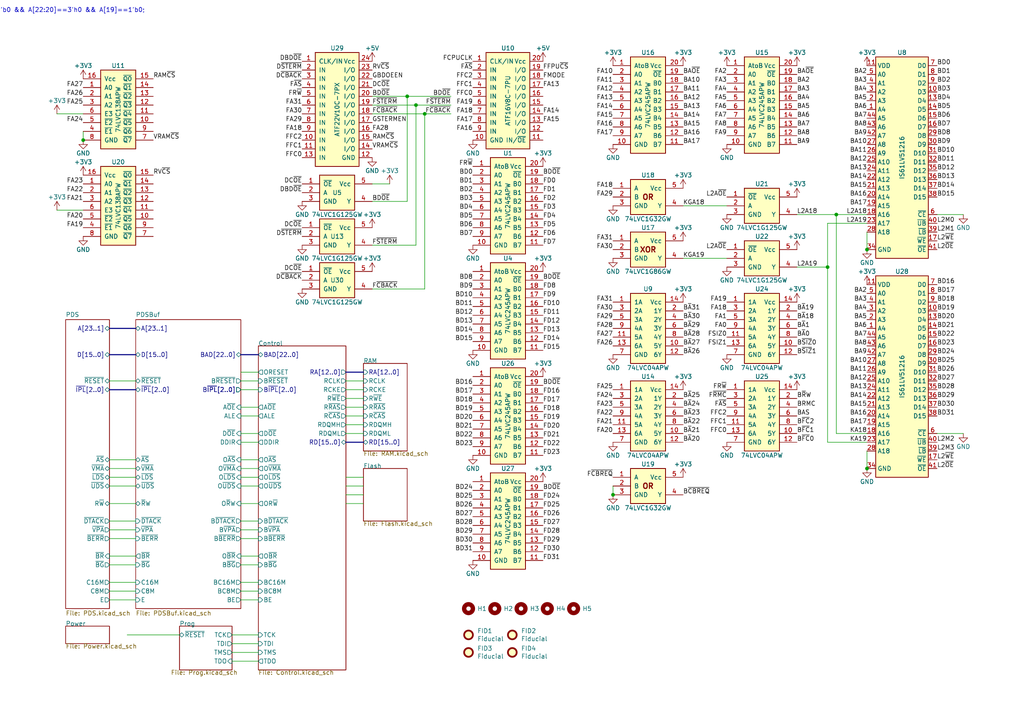
<source format=kicad_sch>
(kicad_sch (version 20230121) (generator eeschema)
  (paper "A4")
  (junction (at 242.57 62.23))
  (junction (at 177.8 143.51))
  (junction (at 120.65 30.48))
  (junction (at 251.46 72.39))
  (junction (at 123.19 33.02))
  (junction (at 24.13 40.64))
  (junction (at 240.03 77.47))
  (junction (at 251.46 135.89))
  (junction (at 118.11 27.94))
  (wire (pts (xy 69.85 110.49) (xy 74.93 110.49)))
  (wire (pts (xy 69.85 163.83) (xy 74.93 163.83)))
  (wire (pts (xy 69.85 128.27) (xy 74.93 128.27)))
  (wire (pts (xy 69.85 120.65) (xy 74.93 120.65)))
  (wire (pts (xy 242.57 62.23) (xy 251.46 62.23)))
  (wire (pts (xy 177.8 140.97) (xy 177.8 143.51)))
  (wire (pts (xy 69.85 135.89) (xy 74.93 135.89)))
  (wire (pts (xy 240.03 128.27) (xy 251.46 128.27)))
  (wire (pts (xy 31.75 135.89) (xy 39.37 135.89)))
  (bus (pts (xy 31.75 113.03) (xy 39.37 113.03)))
  (wire (pts (xy 69.85 161.29) (xy 74.93 161.29)))
  (wire (pts (xy 118.11 27.94) (xy 118.11 58.42)))
  (wire (pts (xy 107.95 30.48) (xy 120.65 30.48)))
  (wire (pts (xy 31.75 140.97) (xy 39.37 140.97)))
  (wire (pts (xy 16.51 60.96) (xy 24.13 60.96)))
  (wire (pts (xy 105.41 110.49) (xy 100.33 110.49)))
  (wire (pts (xy 100.33 146.05) (xy 105.41 146.05)))
  (wire (pts (xy 69.85 153.67) (xy 74.93 153.67)))
  (wire (pts (xy 107.95 33.02) (xy 123.19 33.02)))
  (wire (pts (xy 113.03 53.34) (xy 107.95 53.34)))
  (wire (pts (xy 118.11 27.94) (xy 130.81 27.94)))
  (wire (pts (xy 231.14 62.23) (xy 242.57 62.23)))
  (wire (pts (xy 69.85 173.99) (xy 74.93 173.99)))
  (wire (pts (xy 69.85 107.95) (xy 74.93 107.95)))
  (wire (pts (xy 69.85 113.03) (xy 74.93 113.03)))
  (wire (pts (xy 67.31 189.23) (xy 74.93 189.23)))
  (wire (pts (xy 67.31 184.15) (xy 74.93 184.15)))
  (wire (pts (xy 31.75 151.13) (xy 39.37 151.13)))
  (bus (pts (xy 100.33 128.27) (xy 105.41 128.27)))
  (wire (pts (xy 240.03 77.47) (xy 240.03 128.27)))
  (wire (pts (xy 31.75 153.67) (xy 39.37 153.67)))
  (bus (pts (xy 69.85 102.87) (xy 74.93 102.87)))
  (wire (pts (xy 198.12 59.69) (xy 210.82 59.69)))
  (wire (pts (xy 31.75 163.83) (xy 39.37 163.83)))
  (wire (pts (xy 105.41 113.03) (xy 100.33 113.03)))
  (wire (pts (xy 36.8796 184.15) (xy 52.07 184.15)))
  (wire (pts (xy 24.13 38.1) (xy 24.13 40.64)))
  (wire (pts (xy 107.95 27.94) (xy 118.11 27.94)))
  (wire (pts (xy 240.03 77.47) (xy 231.14 77.47)))
  (wire (pts (xy 251.46 64.77) (xy 240.03 64.77)))
  (wire (pts (xy 271.78 62.23) (xy 279.4 62.23)))
  (wire (pts (xy 69.85 125.73) (xy 74.93 125.73)))
  (wire (pts (xy 31.75 138.43) (xy 39.37 138.43)))
  (wire (pts (xy 31.75 133.35) (xy 39.37 133.35)))
  (wire (pts (xy 69.85 151.13) (xy 74.93 151.13)))
  (wire (pts (xy 31.75 161.29) (xy 39.37 161.29)))
  (wire (pts (xy 31.75 173.99) (xy 39.37 173.99)))
  (wire (pts (xy 100.33 118.11) (xy 105.41 118.11)))
  (bus (pts (xy 31.75 102.87) (xy 39.37 102.87)))
  (wire (pts (xy 107.95 71.12) (xy 120.65 71.12)))
  (wire (pts (xy 123.19 33.02) (xy 123.19 83.82)))
  (wire (pts (xy 69.85 140.97) (xy 74.93 140.97)))
  (wire (pts (xy 69.85 146.05) (xy 74.93 146.05)))
  (wire (pts (xy 69.85 171.45) (xy 74.93 171.45)))
  (wire (pts (xy 123.19 33.02) (xy 130.81 33.02)))
  (wire (pts (xy 100.33 138.43) (xy 105.41 138.43)))
  (wire (pts (xy 120.65 30.48) (xy 120.65 71.12)))
  (wire (pts (xy 31.75 168.91) (xy 39.37 168.91)))
  (wire (pts (xy 69.85 156.21) (xy 74.93 156.21)))
  (wire (pts (xy 31.75 171.45) (xy 39.37 171.45)))
  (wire (pts (xy 16.51 33.02) (xy 24.13 33.02)))
  (wire (pts (xy 107.95 83.82) (xy 123.19 83.82)))
  (wire (pts (xy 69.85 168.91) (xy 74.93 168.91)))
  (wire (pts (xy 100.33 143.51) (xy 105.41 143.51)))
  (bus (pts (xy 31.75 95.25) (xy 39.37 95.25)))
  (wire (pts (xy 69.85 138.43) (xy 74.93 138.43)))
  (wire (pts (xy 251.46 130.81) (xy 251.46 135.89)))
  (wire (pts (xy 31.75 146.05) (xy 39.37 146.05)))
  (wire (pts (xy 100.33 115.57) (xy 105.41 115.57)))
  (wire (pts (xy 100.33 140.97) (xy 105.41 140.97)))
  (wire (pts (xy 105.41 120.65) (xy 100.33 120.65)))
  (bus (pts (xy 100.33 107.95) (xy 105.41 107.95)))
  (wire (pts (xy 271.78 125.73) (xy 279.4 125.73)))
  (wire (pts (xy 67.31 191.77) (xy 74.93 191.77)))
  (wire (pts (xy 242.57 125.73) (xy 251.46 125.73)))
  (wire (pts (xy 107.95 58.42) (xy 118.11 58.42)))
  (wire (pts (xy 69.85 118.11) (xy 74.93 118.11)))
  (wire (pts (xy 69.85 133.35) (xy 74.93 133.35)))
  (wire (pts (xy 67.31 186.69) (xy 74.93 186.69)))
  (wire (pts (xy 240.03 64.77) (xy 240.03 77.47)))
  (wire (pts (xy 120.65 30.48) (xy 130.81 30.48)))
  (wire (pts (xy 31.75 110.49) (xy 39.37 110.49)))
  (wire (pts (xy 100.33 123.19) (xy 105.41 123.19)))
  (wire (pts (xy 198.12 74.93) (xy 210.82 74.93)))
  (wire (pts (xy 242.57 62.23) (xy 242.57 125.73)))
  (wire (pts (xy 31.75 156.21) (xy 39.37 156.21)))
  (wire (pts (xy 100.33 125.73) (xy 105.41 125.73)))
  (wire (pts (xy 251.46 67.31) (xy 251.46 72.39)))
  (text "RAMCS = A[31:28]==4'h0 && A[27:24]==4'h0 && A[23:20]==4'h0 && A[19:18]==2'b00\nROMCS = A[31:28]==4'h4 && A[27:24]==4'h0 && A[23:20]==4'h8 && A[19]==1'b0\nVRAMCS = A[31:28]==4'hF && A[27:24]==4'hE && A[23:20]==4'h0 && A[19:18]==2'b00\n\nRAMCS || ROMCS || VRAMCS = A[24]==1'b0 && A[22:20]==3'h0 && A[19]==1'b0;\n" (at -41.91 3.81 0) (effects (font (size 1.27 1.27)) (justify left bottom)))
  (label "BA12" (at 251.46 110.49 180))
  (label "FA13" (at 177.8 29.21 180))
  (label "FA17" (at 137.16 35.56 180))
  (label "FA16" (at 177.8 36.83 180))
  (label "F~{CBREQ}" (at 177.8 138.43 180))
  (label "FA30" (at 177.8 72.39 180))
  (label "BA9" (at 251.46 102.87 180))
  (label "GBDOEEN" (at 107.95 22.86 0))
  (label "FD31" (at 157.48 162.56 0))
  (label "DBD~{OE}" (at 87.63 17.78 180))
  (label "FFC1" (at 137.16 25.4 180))
  (label "DC~{OE}" (at 107.95 25.4 0))
  (label "B~{FC}0" (at 231.14 128.27 0))
  (label "L2A~{OE}" (at 210.82 57.15 180))
  (label "FD10" (at 157.48 88.9 0))
  (label "BA2" (at 251.46 21.59 180))
  (label "BD~{OE}" (at 107.95 27.94 0))
  (label "FA18" (at 210.82 90.17 180))
  (label "BA10" (at 251.46 105.41 180))
  (label "B~{FC}2" (at 231.14 123.19 0))
  (label "B~{A}25" (at 198.12 115.57 0))
  (label "BA8" (at 231.14 39.37 0))
  (label "FA18" (at 177.8 54.61 180))
  (label "FSIZ1" (at 210.82 100.33 180))
  (label "FFC1" (at 210.82 123.19 180))
  (label "FD26" (at 157.48 149.86 0))
  (label "B~{FC}1" (at 231.14 125.73 0))
  (label "KGA19" (at 198.12 74.93 0))
  (label "FD14" (at 157.48 99.06 0))
  (label "BD13" (at 271.78 52.07 0))
  (label "FD16" (at 157.48 114.3 0))
  (label "FD27" (at 157.48 152.4 0))
  (label "FA2" (at 210.82 21.59 180))
  (label "BD1" (at 271.78 21.59 0))
  (label "B~{R}W" (at 231.14 115.57 0))
  (label "B~{SIZ}1" (at 231.14 102.87 0))
  (label "BA5" (at 251.46 92.71 180))
  (label "BD26" (at 271.78 107.95 0))
  (label "L2A18" (at 231.14 62.23 0))
  (label "BA9" (at 251.46 39.37 180))
  (label "FD13" (at 157.48 96.52 0))
  (label "BA10" (at 251.46 41.91 180))
  (label "BD8" (at 271.78 39.37 0))
  (label "B~{A}22" (at 198.12 123.19 0))
  (label "BA15" (at 251.46 54.61 180))
  (label "BA11" (at 251.46 107.95 180))
  (label "L2~{OE}" (at 271.78 135.89 0))
  (label "BA7" (at 231.14 36.83 0))
  (label "FA29" (at 87.63 35.56 180))
  (label "F~{RMC}" (at 210.82 115.57 180))
  (label "BD8" (at 137.16 81.28 180))
  (label "BD3" (at 271.78 26.67 0))
  (label "B~{A}28" (at 198.12 97.79 0))
  (label "DC~{OE}" (at 87.63 66.04 180))
  (label "BD23" (at 271.78 100.33 0))
  (label "FFC0" (at 137.16 27.94 180))
  (label "BA6" (at 251.46 31.75 180))
  (label "FD29" (at 157.48 157.48 0))
  (label "BD9" (at 271.78 41.91 0))
  (label "FA24" (at 177.8 115.57 180))
  (label "BA11" (at 198.12 26.67 0))
  (label "BD5" (at 137.16 63.5 180))
  (label "FA21" (at 177.8 123.19 180))
  (label "FA29" (at 177.8 92.71 180))
  (label "BD~{OE}" (at 157.48 50.8 0))
  (label "FD21" (at 157.48 127 0))
  (label "BA5" (at 231.14 31.75 0))
  (label "FA14" (at 177.8 31.75 180))
  (label "FA13" (at 157.48 25.4 0))
  (label "FFC2" (at 137.16 22.86 180))
  (label "D~{STERM}" (at 87.63 20.32 180))
  (label "FA20" (at 24.13 63.5 180))
  (label "BA11" (at 251.46 44.45 180))
  (label "VRAM~{CS}" (at 107.95 43.18 0))
  (label "BRMC" (at 231.14 118.11 0))
  (label "BD~{OE}" (at 157.48 142.24 0))
  (label "B~{A}18" (at 231.14 92.71 0))
  (label "BD26" (at 137.16 147.32 180))
  (label "BA12" (at 198.12 29.21 0))
  (label "FA24" (at 24.13 35.56 180))
  (label "FA27" (at 24.13 25.4 180))
  (label "B~{A}23" (at 198.12 120.65 0))
  (label "L2A19" (at 251.46 64.77 180))
  (label "BAS" (at 231.14 120.65 0))
  (label "FD23" (at 157.48 132.08 0))
  (label "BD23" (at 137.16 129.54 180))
  (label "FA11" (at 177.8 24.13 180))
  (label "FA8" (at 210.82 36.83 180))
  (label "BD5" (at 271.78 31.75 0))
  (label "BA17" (at 251.46 59.69 180))
  (label "BD10" (at 137.16 86.36 180))
  (label "FA25" (at 177.8 113.03 180))
  (label "BD~{OE}" (at 130.81 27.94 180))
  (label "KA19" (at 251.46 128.27 180))
  (label "BD22" (at 271.78 97.79 0))
  (label "D~{STERM}" (at 87.63 68.58 180))
  (label "BD1" (at 137.16 53.34 180))
  (label "FA16" (at 137.16 38.1 180))
  (label "FA19" (at 24.13 66.04 180))
  (label "FFC2" (at 87.63 40.64 180))
  (label "B~{A}1" (at 231.14 95.25 0))
  (label "FA22" (at 177.8 120.65 180))
  (label "BA16" (at 198.12 39.37 0))
  (label "BA4" (at 231.14 29.21 0))
  (label "L2~{WE}" (at 271.78 69.85 0))
  (label "F~{CBACK}" (at 107.95 33.02 0))
  (label "BD24" (at 137.16 142.24 180))
  (label "F~{CBACK}" (at 107.95 83.82 0))
  (label "BD28" (at 271.78 113.03 0))
  (label "BD30" (at 271.78 118.11 0))
  (label "BD25" (at 271.78 105.41 0))
  (label "FA14" (at 157.48 33.02 0))
  (label "FA25" (at 24.13 30.48 180))
  (label "VRAM~{CS}" (at 44.45 40.64 0))
  (label "L2M1" (at 271.78 67.31 0))
  (label "FD12" (at 157.48 93.98 0))
  (label "FD22" (at 157.48 129.54 0))
  (label "BD30" (at 137.16 157.48 180))
  (label "BD18" (at 137.16 116.84 180))
  (label "BD20" (at 137.16 121.92 180))
  (label "B~{A}24" (at 198.12 118.11 0))
  (label "D~{CBACK}" (at 87.63 22.86 180))
  (label "FA20" (at 177.8 125.73 180))
  (label "BD12" (at 137.16 91.44 180))
  (label "BD19" (at 271.78 90.17 0))
  (label "FSIZ0" (at 210.82 97.79 180))
  (label "FA12" (at 177.8 26.67 180))
  (label "BD27" (at 271.78 110.49 0))
  (label "BD7" (at 137.16 68.58 180))
  (label "BA14" (at 251.46 52.07 180))
  (label "BD17" (at 137.16 114.3 180))
  (label "BD9" (at 137.16 83.82 180))
  (label "BA17" (at 251.46 123.19 180))
  (label "L2A~{OE}" (at 210.82 72.39 180))
  (label "BA7" (at 251.46 34.29 180))
  (label "BD15" (at 137.16 99.06 180))
  (label "F~{STERM}" (at 130.81 30.48 180))
  (label "FA26" (at 24.13 27.94 180))
  (label "BD4" (at 137.16 60.96 180))
  (label "BD3" (at 137.16 58.42 180))
  (label "RAM~{CS}" (at 107.95 40.64 0))
  (label "BA5" (at 251.46 29.21 180))
  (label "BA7" (at 251.46 97.79 180))
  (label "BA3" (at 251.46 24.13 180))
  (label "BA8" (at 251.46 36.83 180))
  (label "DC~{OE}" (at 87.63 53.34 180))
  (label "BD~{OE}" (at 107.95 58.42 0))
  (label "L2M3" (at 271.78 130.81 0))
  (label "FD20" (at 157.48 124.46 0))
  (label "BD~{OE}" (at 157.48 111.76 0))
  (label "BD27" (at 137.16 149.86 180))
  (label "FA4" (at 210.82 26.67 180))
  (label "FD30" (at 157.48 160.02 0))
  (label "BA9" (at 231.14 41.91 0))
  (label "BA12" (at 251.46 46.99 180))
  (label "BD2" (at 271.78 24.13 0))
  (label "BD16" (at 271.78 82.55 0))
  (label "FA9" (at 210.82 39.37 180))
  (label "FA31" (at 177.8 87.63 180))
  (label "FD8" (at 157.48 83.82 0))
  (label "B~{A}21" (at 198.12 125.73 0))
  (label "FR~{W}" (at 87.63 27.94 180))
  (label "FD4" (at 157.48 63.5 0))
  (label "FMODE" (at 157.48 22.86 0))
  (label "BD12" (at 271.78 49.53 0))
  (label "F~{STERM}" (at 107.95 30.48 0))
  (label "BA13" (at 198.12 31.75 0))
  (label "FA30" (at 177.8 90.17 180))
  (label "FD15" (at 157.48 101.6 0))
  (label "BA17" (at 198.12 41.91 0))
  (label "BD4" (at 271.78 29.21 0))
  (label "FA27" (at 177.8 97.79 180))
  (label "FCPUCLK" (at 137.16 17.78 180))
  (label "RV~{CS}" (at 44.45 50.8 0))
  (label "FD6" (at 157.48 68.58 0))
  (label "BD24" (at 271.78 102.87 0))
  (label "FD0" (at 157.48 53.34 0))
  (label "L2~{WE}" (at 271.78 133.35 0))
  (label "FFC1" (at 87.63 43.18 180))
  (label "B~{A}19" (at 231.14 90.17 0))
  (label "BD7" (at 271.78 36.83 0))
  (label "FA23" (at 24.13 53.34 180))
  (label "BD14" (at 137.16 96.52 180))
  (label "BA2" (at 231.14 24.13 0))
  (label "FD17" (at 157.48 116.84 0))
  (label "B~{A}20" (at 198.12 128.27 0))
  (label "L2A18" (at 251.46 62.23 180))
  (label "FD7" (at 157.48 71.12 0))
  (label "BD11" (at 137.16 88.9 180))
  (label "B~{A}0" (at 231.14 97.79 0))
  (label "BD6" (at 271.78 34.29 0))
  (label "B~{A}30" (at 198.12 92.71 0))
  (label "BD0" (at 137.16 50.8 180))
  (label "BD10" (at 271.78 44.45 0))
  (label "BA13" (at 251.46 113.03 180))
  (label "BA13" (at 251.46 49.53 180))
  (label "BA16" (at 251.46 57.15 180))
  (label "BD2" (at 137.16 55.88 180))
  (label "FA23" (at 177.8 118.11 180))
  (label "FD28" (at 157.48 154.94 0))
  (label "BD21" (at 137.16 124.46 180))
  (label "FD2" (at 157.48 58.42 0))
  (label "FFC0" (at 87.63 45.72 180))
  (label "BD14" (at 271.78 54.61 0))
  (label "B~{A}26" (at 198.12 102.87 0))
  (label "BD31" (at 271.78 120.65 0))
  (label "FFC2" (at 210.82 120.65 180))
  (label "FA7" (at 210.82 34.29 180))
  (label "BD13" (at 137.16 93.98 180))
  (label "FA21" (at 24.13 58.42 180))
  (label "L2M0" (at 271.78 64.77 0))
  (label "FA31" (at 87.63 30.48 180))
  (label "BA6" (at 251.46 95.25 180))
  (label "FD9" (at 157.48 86.36 0))
  (label "FA3" (at 210.82 24.13 180))
  (label "BA16" (at 251.46 120.65 180))
  (label "FA5" (at 210.82 29.21 180))
  (label "F~{STERM}" (at 107.95 71.12 0))
  (label "FD1" (at 157.48 55.88 0))
  (label "L2M2" (at 271.78 128.27 0))
  (label "F~{AS}" (at 137.16 20.32 180))
  (label "B~{A}29" (at 198.12 95.25 0))
  (label "BA14" (at 251.46 115.57 180))
  (label "FA18" (at 87.63 38.1 180))
  (label "BD18" (at 271.78 87.63 0))
  (label "FA22" (at 24.13 55.88 180))
  (label "BA15" (at 198.12 36.83 0))
  (label "FD18" (at 157.48 119.38 0))
  (label "DBD~{OE}" (at 87.63 55.88 180))
  (label "BA8" (at 251.46 100.33 180))
  (label "BD16" (at 137.16 111.76 180))
  (label "FA17" (at 177.8 39.37 180))
  (label "FD19" (at 157.48 121.92 0))
  (label "FA29" (at 177.8 57.15 180))
  (label "BD15" (at 271.78 57.15 0))
  (label "BD21" (at 271.78 95.25 0))
  (label "F~{CBACK}" (at 130.81 33.02 180))
  (label "FA30" (at 87.63 33.02 180))
  (label "FD11" (at 157.48 91.44 0))
  (label "FA18" (at 137.16 33.02 180))
  (label "BA6" (at 231.14 34.29 0))
  (label "FA28" (at 177.8 95.25 180))
  (label "BA~{OE}" (at 231.14 21.59 0))
  (label "BA14" (at 198.12 34.29 0))
  (label "BD29" (at 137.16 154.94 180))
  (label "BD17" (at 271.78 85.09 0))
  (label "BA15" (at 251.46 118.11 180))
  (label "B~{SIZ}0" (at 231.14 100.33 0))
  (label "BD29" (at 271.78 115.57 0))
  (label "FFC0" (at 210.82 125.73 180))
  (label "BD19" (at 137.16 119.38 180))
  (label "FR~{W}" (at 137.16 48.26 180))
  (label "BA~{OE}" (at 198.12 21.59 0))
  (label "FR~{W}" (at 210.82 113.03 180))
  (label "D~{CBACK}" (at 87.63 81.28 180))
  (label "B~{A}27" (at 198.12 100.33 0))
  (label "BD31" (at 137.16 160.02 180))
  (label "BD~{OE}" (at 157.48 81.28 0))
  (label "FA28" (at 107.95 38.1 0))
  (label "BD6" (at 137.16 66.04 180))
  (label "FA10" (at 177.8 21.59 180))
  (label "L2~{OE}" (at 271.78 72.39 0))
  (label "FA26" (at 177.8 100.33 180))
  (label "BD25" (at 137.16 144.78 180))
  (label "RV~{CS}" (at 107.95 20.32 0))
  (label "GSTERMEN" (at 107.95 35.56 0))
  (label "FD3" (at 157.48 60.96 0))
  (label "FA6" (at 210.82 31.75 180))
  (label "FA15" (at 177.8 34.29 180))
  (label "FD5" (at 157.48 66.04 0))
  (label "BD11" (at 271.78 46.99 0))
  (label "KA18" (at 251.46 125.73 180))
  (label "DC~{OE}" (at 87.63 78.74 180))
  (label "BD20" (at 271.78 92.71 0))
  (label "BA3" (at 231.14 26.67 0))
  (label "B~{CBREQ}" (at 198.12 143.51 0))
  (label "B~{A}31" (at 198.12 90.17 0))
  (label "FA19" (at 137.16 30.48 180))
  (label "BA10" (at 198.12 24.13 0))
  (label "L2A19" (at 231.14 77.47 0))
  (label "F~{AS}" (at 87.63 25.4 180))
  (label "BD0" (at 271.78 19.05 0))
  (label "FA0" (at 210.82 95.25 180))
  (label "FA19" (at 210.82 87.63 180))
  (label "FFPU~{CS}" (at 157.48 20.32 0))
  (label "BD28" (at 137.16 152.4 180))
  (label "BA4" (at 251.46 26.67 180))
  (label "FD24" (at 157.48 144.78 0))
  (label "FD25" (at 157.48 147.32 0))
  (label "FA31" (at 177.8 69.85 180))
  (label "BA3" (at 251.46 87.63 180))
  (label "BA2" (at 251.46 85.09 180))
  (label "FA15" (at 157.48 35.56 0))
  (label "RAM~{CS}" (at 44.45 22.86 0))
  (label "BA4" (at 251.46 90.17 180))
  (label "F~{AS}" (at 210.82 118.11 180))
  (label "FA1" (at 210.82 92.71 180))
  (label "BD22" (at 137.16 127 180))
  (label "KGA18" (at 198.12 59.69 0))
  (symbol (lib_id "Mechanical:MountingHole") (at 166.37 176.53 0) (unit 1)
    (property "Reference" "H5" (at 168.91 176.53 0) (effects (justify left)))
    (property "Value" " " (at 168.91 177.546 0) (effects (justify left)))
    (property "Footprint" "stdpads:PasteHole_1.152mm_NPTH" (effects hide))
  )
  (symbol (lib_id "Mechanical:Fiducial") (at 135.89 184.15 0) (unit 1)
    (property "Reference" "FID1" (at 138.43 182.9816 0) (effects (justify left)))
    (property "Value" "Fiducial" (at 138.43 185.293 0) (effects (justify left)))
    (property "Footprint" "stdpads:Fiducial" (effects hide))
  )
  (symbol (lib_id "Mechanical:Fiducial") (at 148.59 184.15 0) (unit 1)
    (property "Reference" "FID2" (at 151.13 182.9816 0) (effects (justify left)))
    (property "Value" "Fiducial" (at 151.13 185.293 0) (effects (justify left)))
    (property "Footprint" "stdpads:Fiducial" (effects hide))
  )
  (symbol (lib_id "Mechanical:Fiducial") (at 135.89 189.23 0) (unit 1)
    (property "Reference" "FID3" (at 138.43 188.0616 0) (effects (justify left)))
    (property "Value" "Fiducial" (at 138.43 190.373 0) (effects (justify left)))
    (property "Footprint" "stdpads:Fiducial" (effects hide))
  )
  (symbol (lib_id "Mechanical:Fiducial") (at 148.59 189.23 0) (unit 1)
    (property "Reference" "FID4" (at 151.13 188.0616 0) (effects (justify left)))
    (property "Value" "Fiducial" (at 151.13 190.373 0) (effects (justify left)))
    (property "Footprint" "stdpads:Fiducial" (effects hide))
  )
  (symbol (lib_id "Mechanical:MountingHole") (at 135.89 176.53 0) (unit 1)
    (property "Reference" "H1" (at 138.43 176.53 0) (effects (justify left)))
    (property "Value" " " (at 138.43 177.546 0) (effects (justify left)))
    (property "Footprint" "stdpads:PasteHole_1.152mm_NPTH" (effects hide))
  )
  (symbol (lib_id "Mechanical:MountingHole") (at 143.51 176.53 0) (unit 1)
    (property "Reference" "H2" (at 146.05 176.53 0) (effects (justify left)))
    (property "Value" " " (at 146.05 177.546 0) (effects (justify left)))
    (property "Footprint" "stdpads:PasteHole_1.152mm_NPTH" (effects hide))
  )
  (symbol (lib_id "Mechanical:MountingHole") (at 151.13 176.53 0) (unit 1)
    (property "Reference" "H3" (at 153.67 176.53 0) (effects (justify left)))
    (property "Value" " " (at 153.67 177.546 0) (effects (justify left)))
    (property "Footprint" "stdpads:PasteHole_1.152mm_NPTH" (effects hide))
  )
  (symbol (lib_id "Mechanical:MountingHole") (at 158.75 176.53 0) (unit 1)
    (property "Reference" "H4" (at 161.29 176.53 0) (effects (justify left)))
    (property "Value" " " (at 161.29 177.546 0) (effects (justify left)))
    (property "Footprint" "stdpads:PasteHole_1.152mm_NPTH" (effects hide))
  )
  (symbol (lib_id "power:GND") (at 177.8 128.27 0) (unit 1)
    (property "Reference" "#PWR09" (effects hide))
    (property "Value" "GND" (at 177.8 132.08 0))
  )
  (symbol (lib_id "GW_Logic:741G125GW") (at 220.98 59.69 0) (unit 1)
    (property "Reference" "U21" (at 220.98 53.34 0))
    (property "Value" "74LVC1G125GW" (at 220.98 66.04 0))
    (property "Footprint" "stdpads:SOT-353" (effects hide))
  )
  (symbol (lib_id "GW_Logic:74138") (at 34.29 31.75 0) (unit 1)
    (property "Reference" "U11" (at 34.29 19.05 0))
    (property "Value" "74LVC138APW" (at 34.29 31.75 90))
  )
  (symbol (lib_id "GW_Logic:74245") (at 187.96 30.48 0) (unit 1)
    (property "Reference" "U16" (at 187.96 15.24 0))
    (property "Value" "74LVC245APW" (at 187.96 30.48 90))
  )
  (symbol (lib_id "power:+3V3") (at 251.46 82.55 0) (unit 1)
    (property "Reference" "#PWR048" (effects hide))
    (property "Value" "+3V3" (at 251.46 78.74 0))
  )
  (symbol (lib_id "GW_Logic:74245") (at 147.32 151.13 0) (unit 1)
    (property "Reference" "U27" (at 147.32 135.89 0))
    (property "Value" "74LVC245APW" (at 147.32 151.13 90))
  )
  (symbol (lib_id "power:GND") (at 177.8 143.51 0) (unit 1)
    (property "Reference" "#PWR017" (effects hide))
    (property "Value" "GND" (at 177.8 147.32 0))
  )
  (symbol (lib_id "GW_Logic:74245") (at 147.32 120.65 0) (unit 1)
    (property "Reference" "U26" (at 147.32 105.41 0))
    (property "Value" "74LVC245APW" (at 147.32 120.65 90))
  )
  (symbol (lib_id "power:GND") (at 210.82 62.23 0) (unit 1)
    (property "Reference" "#PWR025" (effects hide))
    (property "Value" "GND" (at 210.82 66.04 0))
  )
  (symbol (lib_id "power:+3V3") (at 157.48 139.7 0) (unit 1)
    (property "Reference" "#PWR041" (effects hide))
    (property "Value" "+3V3" (at 157.48 135.89 0))
  )
  (symbol (lib_id "GW_Logic:741G32GW") (at 187.96 140.97 0) (unit 1)
    (property "Reference" "U19" (at 187.96 134.62 0))
    (property "Value" "74LVC1G32GW" (at 187.96 147.32 0))
    (property "Footprint" "stdpads:SOT-353" (effects hide))
  )
  (symbol (lib_id "power:GND") (at 107.95 45.72 0) (unit 1)
    (property "Reference" "#PWR037" (effects hide))
    (property "Value" "GND" (at 107.95 49.53 0))
  )
  (symbol (lib_id "power:+3V3") (at 231.14 57.15 0) (unit 1)
    (property "Reference" "#PWR029" (effects hide))
    (property "Value" "+3V3" (at 231.14 53.34 0))
  )
  (symbol (lib_id "power:GND") (at 87.63 58.42 0) (unit 1)
    (property "Reference" "#PWR034" (effects hide))
    (property "Value" "GND" (at 87.63 62.23 0))
  )
  (symbol (lib_id "power:+3V3") (at 198.12 138.43 0) (unit 1)
    (property "Reference" "#PWR023" (effects hide))
    (property "Value" "+3V3" (at 198.12 134.62 0))
  )
  (symbol (lib_id "power:GND") (at 177.8 41.91 0) (unit 1)
    (property "Reference" "#PWR012" (effects hide))
    (property "Value" "GND" (at 177.8 45.72 0))
  )
  (symbol (lib_id "GW_PLD:GAL22V10-DIP") (at 97.79 31.75 0) (unit 1)
    (property "Reference" "U29" (at 97.79 13.97 0))
    (property "Value" "ATF22V10C-7PX" (at 97.79 31.75 90))
  )
  (symbol (lib_id "power:+3V3") (at 231.14 113.03 0) (unit 1)
    (property "Reference" "#PWR033" (effects hide))
    (property "Value" "+3V3" (at 231.14 109.22 0))
  )
  (symbol (lib_id "GW_Logic:7404") (at 220.98 95.25 0) (unit 1)
    (property "Reference" "U24" (at 220.98 83.82 0))
    (property "Value" "74LVC04APW" (at 220.98 106.68 0))
    (property "Footprint" "stdpads:TSSOP-14_4.4x5mm_P0.65mm" (effects hide))
  )
  (symbol (lib_id "power:GND") (at 210.82 77.47 0) (unit 1)
    (property "Reference" "#PWR026" (effects hide))
    (property "Value" "GND" (at 210.82 81.28 0))
  )
  (symbol (lib_id "GW_Logic:741G86GW") (at 187.96 72.39 0) (unit 1)
    (property "Reference" "U17" (at 187.96 66.04 0))
    (property "Value" "74LVC1G86GW" (at 187.96 78.74 0))
    (property "Footprint" "stdpads:SOT-353" (effects hide))
  )
  (symbol (lib_id "power:+3V3") (at 231.14 19.05 0) (unit 1)
    (property "Reference" "#PWR014" (effects hide))
    (property "Value" "+3V3" (at 231.14 15.24 0))
  )
  (symbol (lib_id "power:GND") (at 279.4 62.23 0) (unit 1)
    (property "Reference" "#PWR028" (effects hide))
    (property "Value" "GND" (at 279.4 66.04 0))
  )
  (symbol (lib_id "power:+3V3") (at 107.95 66.04 0) (unit 1)
    (property "Reference" "#PWR039" (effects hide))
    (property "Value" "+3V3" (at 107.95 62.23 0))
  )
  (symbol (lib_id "GW_Logic:74245") (at 220.98 30.48 0) (unit 1)
    (property "Reference" "U15" (at 220.98 15.24 0))
    (property "Value" "74LVC245APW" (at 220.98 30.48 90))
  )
  (symbol (lib_id "power:GND") (at 87.63 71.12 0) (unit 1)
    (property "Reference" "#PWR035" (effects hide))
    (property "Value" "GND" (at 87.63 74.93 0))
  )
  (symbol (lib_id "power:GND") (at 177.8 102.87 0) (unit 1)
    (property "Reference" "#PWR08" (effects hide))
    (property "Value" "GND" (at 177.8 106.68 0))
  )
  (symbol (lib_id "GW_Logic:741G125GW") (at 97.79 68.58 0) (unit 1)
    (property "Reference" "U13" (at 97.79 68.58 0))
    (property "Value" "74LVC1G125GW" (at 97.79 74.93 0))
    (property "Footprint" "stdpads:SOT-353" (effects hide))
  )
  (symbol (lib_id "power:+3V3") (at 24.13 50.8 0) (unit 1)
    (property "Reference" "#PWR044" (effects hide))
    (property "Value" "+3V3" (at 24.13 46.99 0))
  )
  (symbol (lib_id "power:GND") (at 137.16 40.64 0) (unit 1)
    (property "Reference" "#PWR04" (effects hide))
    (property "Value" "GND" (at 137.16 44.45 0))
  )
  (symbol (lib_id "GW_Logic:7404") (at 187.96 120.65 0) (unit 1)
    (property "Reference" "U14" (at 187.96 109.22 0))
    (property "Value" "74LVC04APW" (at 187.96 132.08 0))
    (property "Footprint" "stdpads:TSSOP-14_4.4x5mm_P0.65mm" (effects hide))
  )
  (symbol (lib_id "GW_Logic:741G32GW") (at 187.96 57.15 0) (unit 1)
    (property "Reference" "U18" (at 187.96 50.8 0))
    (property "Value" "74LVC1G32GW" (at 187.96 63.5 0))
    (property "Footprint" "stdpads:SOT-353" (effects hide))
  )
  (symbol (lib_id "power:+3V3") (at 177.8 19.05 0) (unit 1)
    (property "Reference" "#PWR018" (effects hide))
    (property "Value" "+3V3" (at 177.8 15.24 0))
  )
  (symbol (lib_id "power:GND") (at 137.16 132.08 0) (unit 1)
    (property "Reference" "#PWR06" (effects hide))
    (property "Value" "GND" (at 137.16 135.89 0))
  )
  (symbol (lib_id "GW_RAM:SRAM-512Kx16-TSOP2-44") (at 261.62 109.22 0) (unit 1)
    (property "Reference" "U28" (at 261.62 78.74 0))
    (property "Value" "IS61LV51216" (at 261.62 109.22 90))
    (property "Footprint" "stdpads:TSOP-II-44_400mil_P0.8mm" (effects hide))
    (property "Datasheet" "https://www.alliancememory.com/wp-content/uploads/pdf/AS6C8008.pdf" (effects hide))
  )
  (symbol (lib_id "power:GND") (at 24.13 40.64 0) (unit 1)
    (property "Reference" "#PWR043" (effects hide))
    (property "Value" "GND" (at 24.13 44.45 0))
  )
  (symbol (lib_id "GW_Logic:7404") (at 220.98 120.65 0) (unit 1)
    (property "Reference" "U25" (at 220.98 109.22 0))
    (property "Value" "74LVC04APW" (at 220.98 132.08 0))
    (property "Footprint" "stdpads:TSSOP-14_4.4x5mm_P0.65mm" (effects hide))
  )
  (symbol (lib_id "power:GND") (at 137.16 71.12 0) (unit 1)
    (property "Reference" "#PWR046" (effects hide))
    (property "Value" "GND" (at 137.16 74.93 0))
  )
  (symbol (lib_id "power:+3V3") (at 251.46 19.05 0) (unit 1)
    (property "Reference" "#PWR01" (effects hide))
    (property "Value" "+3V3" (at 251.46 15.24 0))
  )
  (symbol (lib_id "power:+3V3") (at 157.48 78.74 0) (unit 1)
    (property "Reference" "#PWR024" (effects hide))
    (property "Value" "+3V3" (at 157.48 74.93 0))
  )
  (symbol (lib_id "power:+5V") (at 157.48 17.78 0) (unit 1)
    (property "Reference" "#PWR02" (effects hide))
    (property "Value" "+5V" (at 157.48 13.97 0))
  )
  (symbol (lib_id "power:GND") (at 177.8 59.69 0) (unit 1)
    (property "Reference" "#PWR020" (effects hide))
    (property "Value" "GND" (at 177.8 63.5 0))
  )
  (symbol (lib_id "power:GND") (at 210.82 41.91 0) (unit 1)
    (property "Reference" "#PWR011" (effects hide))
    (property "Value" "GND" (at 210.82 45.72 0))
  )
  (symbol (lib_id "power:GND") (at 177.8 74.93 0) (unit 1)
    (property "Reference" "#PWR016" (effects hide))
    (property "Value" "GND" (at 177.8 78.74 0))
  )
  (symbol (lib_id "GW_Logic:7404") (at 187.96 95.25 0) (unit 1)
    (property "Reference" "U9" (at 187.96 83.82 0))
    (property "Value" "74LVC04APW" (at 187.96 106.68 0))
    (property "Footprint" "stdpads:TSSOP-14_4.4x5mm_P0.65mm" (effects hide))
  )
  (symbol (lib_id "power:+3V3") (at 198.12 87.63 0) (unit 1)
    (property "Reference" "#PWR07" (effects hide))
    (property "Value" "+3V3" (at 198.12 83.82 0))
  )
  (symbol (lib_id "power:GND") (at 24.13 68.58 0) (unit 1)
    (property "Reference" "#PWR045" (effects hide))
    (property "Value" "GND" (at 24.13 72.39 0))
  )
  (symbol (lib_id "GW_Logic:741G125GW") (at 97.79 81.28 0) (unit 1)
    (property "Reference" "U30" (at 97.79 81.28 0))
    (property "Value" "74LVC1G125GW" (at 97.79 87.63 0))
    (property "Footprint" "stdpads:SOT-353" (effects hide))
  )
  (symbol (lib_id "power:GND") (at 251.46 135.89 0) (unit 1)
    (property "Reference" "#PWR049" (effects hide))
    (property "Value" "GND" (at 251.46 139.7 0))
  )
  (symbol (lib_id "power:+3V3") (at 16.51 60.96 0) (unit 1)
    (property "Reference" "#PWR052" (effects hide))
    (property "Value" "+3V3" (at 16.51 57.15 0))
  )
  (symbol (lib_id "GW_PLD:GAL16V8") (at 147.32 29.21 0) (unit 1)
    (property "Reference" "U10" (at 147.32 13.97 0))
    (property "Value" "ATF16V8C-7PU" (at 147.32 29.21 90))
  )
  (symbol (lib_id "power:GND") (at 87.63 83.82 0) (unit 1)
    (property "Reference" "#PWR053" (effects hide))
    (property "Value" "GND" (at 87.63 87.63 0))
  )
  (symbol (lib_id "GW_Logic:741G125GW") (at 220.98 74.93 0) (unit 1)
    (property "Reference" "U22" (at 220.98 68.58 0))
    (property "Value" "74LVC1G125GW" (at 220.98 81.28 0))
    (property "Footprint" "stdpads:SOT-353" (effects hide))
  )
  (symbol (lib_id "power:GND") (at 137.16 162.56 0) (unit 1)
    (property "Reference" "#PWR040" (effects hide))
    (property "Value" "GND" (at 137.16 166.37 0))
  )
  (symbol (lib_id "power:GND") (at 210.82 102.87 0) (unit 1)
    (property "Reference" "#PWR030" (effects hide))
    (property "Value" "GND" (at 210.82 106.68 0))
  )
  (symbol (lib_id "power:+3V3") (at 231.14 87.63 0) (unit 1)
    (property "Reference" "#PWR032" (effects hide))
    (property "Value" "+3V3" (at 231.14 83.82 0))
  )
  (symbol (lib_id "GW_Logic:74245") (at 147.32 59.69 0) (unit 1)
    (property "Reference" "U1" (at 147.32 44.45 0))
    (property "Value" "74LVC245APW" (at 147.32 59.69 90))
  )
  (symbol (lib_id "power:GND") (at 210.82 128.27 0) (unit 1)
    (property "Reference" "#PWR031" (effects hide))
    (property "Value" "GND" (at 210.82 132.08 0))
  )
  (symbol (lib_id "power:+3V3") (at 113.03 53.34 0) (unit 1)
    (property "Reference" "#PWR038" (effects hide))
    (property "Value" "+3V3" (at 113.03 49.53 0))
  )
  (symbol (lib_id "GW_CPU:MC68030RC") (at 345.44 81.28 0) (unit 1)
    (property "Reference" "U23" (at 359.0641 -5.08 0) (effects (justify left)))
    (property "Value" "MC68030RC" (at 359.0641 -2.54 0) (effects (justify left)))
    (property "Footprint" "stdpads:Motorola_CQFP-132" (effects hide))
  )
  (symbol (lib_id "power:+3V3") (at 24.13 22.86 0) (unit 1)
    (property "Reference" "#PWR042" (effects hide))
    (property "Value" "+3V3" (at 24.13 19.05 0))
  )
  (symbol (lib_id "power:+3V3") (at 198.12 113.03 0) (unit 1)
    (property "Reference" "#PWR010" (effects hide))
    (property "Value" "+3V3" (at 198.12 109.22 0))
  )
  (symbol (lib_id "power:+3V3") (at 198.12 54.61 0) (unit 1)
    (property "Reference" "#PWR021" (effects hide))
    (property "Value" "+3V3" (at 198.12 50.8 0))
  )
  (symbol (lib_id "power:GND") (at 251.46 72.39 0) (unit 1)
    (property "Reference" "#PWR03" (effects hide))
    (property "Value" "GND" (at 251.46 76.2 0))
  )
  (symbol (lib_id "power:+3V3") (at 198.12 69.85 0) (unit 1)
    (property "Reference" "#PWR015" (effects hide))
    (property "Value" "+3V3" (at 198.12 66.04 0))
  )
  (symbol (lib_id "power:+3V3") (at 210.82 19.05 0) (unit 1)
    (property "Reference" "#PWR019" (effects hide))
    (property "Value" "+3V3" (at 210.82 15.24 0))
  )
  (symbol (lib_id "GW_Logic:741G125GW") (at 97.79 55.88 0) (unit 1)
    (property "Reference" "U5" (at 97.79 55.88 0))
    (property "Value" "74LVC1G125GW" (at 97.79 62.23 0))
    (property "Footprint" "stdpads:SOT-353" (effects hide))
  )
  (symbol (lib_id "power:+3V3") (at 107.95 78.74 0) (unit 1)
    (property "Reference" "#PWR054" (effects hide))
    (property "Value" "+3V3" (at 107.95 74.93 0))
  )
  (symbol (lib_id "GW_Logic:74245") (at 147.32 90.17 0) (unit 1)
    (property "Reference" "U4" (at 147.32 74.93 0))
    (property "Value" "74LVC245APW" (at 147.32 90.17 90))
  )
  (symbol (lib_id "power:+3V3") (at 198.12 19.05 0) (unit 1)
    (property "Reference" "#PWR013" (effects hide))
    (property "Value" "+3V3" (at 198.12 15.24 0))
  )
  (symbol (lib_id "power:+3V3") (at 231.14 72.39 0) (unit 1)
    (property "Reference" "#PWR027" (effects hide))
    (property "Value" "+3V3" (at 231.14 68.58 0))
  )
  (symbol (lib_id "power:+5V") (at 107.95 17.78 0) (unit 1)
    (property "Reference" "#PWR036" (effects hide))
    (property "Value" "+5V" (at 107.95 13.97 0))
  )
  (symbol (lib_id "power:+3V3") (at 157.48 109.22 0) (unit 1)
    (property "Reference" "#PWR05" (effects hide))
    (property "Value" "+3V3" (at 157.48 105.41 0))
  )
  (symbol (lib_id "GW_Logic:74138") (at 34.29 59.69 0) (unit 1)
    (property "Reference" "U20" (at 34.29 46.99 0))
    (property "Value" "74LVC138APW" (at 34.29 59.69 90))
  )
  (symbol (lib_id "GW_RAM:SRAM-512Kx16-TSOP2-44") (at 261.62 45.72 0) (unit 1)
    (property "Reference" "U8" (at 261.62 15.24 0))
    (property "Value" "IS61LV51216" (at 261.62 45.72 90))
    (property "Footprint" "stdpads:TSOP-II-44_400mil_P0.8mm" (effects hide))
    (property "Datasheet" "https://www.alliancememory.com/wp-content/uploads/pdf/AS6C8008.pdf" (effects hide))
  )
  (symbol (lib_id "power:+3V3") (at 16.51 33.02 0) (unit 1)
    (property "Reference" "#PWR051" (effects hide))
    (property "Value" "+3V3" (at 16.51 29.21 0))
  )
  (symbol (lib_id "power:GND") (at 137.16 101.6 0) (unit 1)
    (property "Reference" "#PWR022" (effects hide))
    (property "Value" "GND" (at 137.16 105.41 0))
  )
  (symbol (lib_id "power:+3V3") (at 157.48 48.26 0) (unit 1)
    (property "Reference" "#PWR047" (effects hide))
    (property "Value" "+3V3" (at 157.48 44.45 0))
  )
  (symbol (lib_id "power:GND") (at 279.4 125.73 0) (unit 1)
    (property "Reference" "#PWR050" (effects hide))
    (property "Value" "GND" (at 279.4 129.54 0))
  )
  (sheet (at 19.05 92.71) (size 12.7 83.82)
    (property "Sheetname" "PDS" (at 19.05 91.9984 0) (effects (justify left bottom)))
    (property "Sheetfile" "PDS.kicad_sch" (at 19.05 177.1146 0) (effects (justify left top)))
    (pin "A[23..1]" bidirectional (at 31.75 95.25 0))
    (pin "D[15..0]" bidirectional (at 31.75 102.87 0))
    (pin "~{AS}" bidirectional (at 31.75 133.35 0))
    (pin "~{LDS}" bidirectional (at 31.75 138.43 0))
    (pin "~{UDS}" bidirectional (at 31.75 140.97 0))
    (pin "R~{W}" bidirectional (at 31.75 146.05 0))
    (pin "~{VMA}" bidirectional (at 31.75 135.89 0))
    (pin "~{VPA}" output (at 31.75 153.67 0))
    (pin "~{DTACK}" output (at 31.75 151.13 0))
    (pin "~{RESET}" bidirectional (at 31.75 110.49 0))
    (pin "~{BERR}" output (at 31.75 156.21 0))
    (pin "E" output (at 31.75 173.99 0))
    (pin "C8M" output (at 31.75 171.45 0))
    (pin "C16M" output (at 31.75 168.91 0))
    (pin "~{BR}" input (at 31.75 161.29 0))
    (pin "~{BG}" output (at 31.75 163.83 0))
    (pin "~{IPL}[2..0]" bidirectional (at 31.75 113.03 0))
  )
  (sheet (at 74.93 100.33) (size 25.4 93.98)
    (property "Sheetname" "Control" (at 74.93 100.33 0) (effects (justify left bottom)))
    (property "Sheetfile" "Control.kicad_sch" (at 74.93 194.31 0) (effects (justify left top)))
    (pin "RA[12..0]" output (at 100.33 107.95 0))
    (pin "B~{IPL}[2..0]" input (at 74.93 113.03 180))
    (pin "A~{OE}" output (at 74.93 118.11 180))
    (pin "ALE" output (at 74.93 120.65 180))
    (pin "DDIR" output (at 74.93 128.27 180))
    (pin "D~{OE}" output (at 74.93 125.73 180))
    (pin "TCK" input (at 74.93 184.15 180))
    (pin "TMS" input (at 74.93 189.23 180))
    (pin "TDO" output (at 74.93 191.77 180))
    (pin "TDI" input (at 74.93 186.69 180))
    (pin "B~{BG}" input (at 74.93 163.83 180))
    (pin "O~{BR}" output (at 74.93 161.29 180))
    (pin "B~{BERR}" input (at 74.93 156.21 180))
    (pin "B~{DTACK}" input (at 74.93 151.13 180))
    (pin "O~{LDS}" output (at 74.93 138.43 180))
    (pin "BC8M" input (at 74.93 171.45 180))
    (pin "BE" input (at 74.93 173.99 180))
    (pin "O~{AS}" output (at 74.93 133.35 180))
    (pin "O~{UDS}" output (at 74.93 140.97 180))
    (pin "B~{VPA}" input (at 74.93 153.67 180))
    (pin "O~{VMA}" output (at 74.93 135.89 180))
    (pin "BC16M" input (at 74.93 168.91 180))
    (pin "OR~{W}" output (at 74.93 146.05 180))
    (pin "RCKE" output (at 100.33 113.03 0))
    (pin "RCLK" output (at 100.33 110.49 0))
    (pin "RDQML" output (at 100.33 125.73 0))
    (pin "R~{CAS}" output (at 100.33 120.65 0))
    (pin "R~{WE}" output (at 100.33 115.57 0))
    (pin "RDQMH" output (at 100.33 123.19 0))
    (pin "R~{RAS}" output (at 100.33 118.11 0))
    (pin "B~{RESET}" input (at 74.93 110.49 180))
    (pin "ORESET" output (at 74.93 107.95 180))
    (pin "RD[15..0]" bidirectional (at 100.33 128.27 0))
    (pin "BAD[22..0]" bidirectional (at 74.93 102.87 180))
  )
  (sheet (at 105.41 105.41) (size 12.7 25.4)
    (property "Sheetname" "RAM" (at 105.41 105.41 0) (effects (justify left bottom)))
    (property "Sheetfile" "RAM.kicad_sch" (at 105.41 130.81 0) (effects (justify left top)))
    (pin "R~{RAS}" input (at 105.41 118.11 180))
    (pin "RD[15..0]" bidirectional (at 105.41 128.27 180))
    (pin "R~{CAS}" input (at 105.41 120.65 180))
    (pin "R~{WE}" input (at 105.41 115.57 180))
    (pin "RCKE" input (at 105.41 113.03 180))
    (pin "RCLK" input (at 105.41 110.49 180))
    (pin "RA[12..0]" input (at 105.41 107.95 180))
    (pin "RDQMH" input (at 105.41 123.19 180))
    (pin "RDQML" input (at 105.41 125.73 180))
  )
  (sheet (at 39.37 92.71) (size 30.48 83.82)
    (property "Sheetname" "PDSBuf" (at 39.37 91.9984 0) (effects (justify left bottom)))
    (property "Sheetfile" "PDSBuf.kicad_sch" (at 39.37 177.1146 0) (effects (justify left top)))
    (pin "A[23..1]" bidirectional (at 39.37 95.25 180))
    (pin "D[15..0]" bidirectional (at 39.37 102.87 180))
    (pin "A~{OE}" input (at 69.85 118.11 0))
    (pin "~{R}W" tri_state (at 39.37 146.05 180))
    (pin "~{BR}" output (at 39.37 161.29 180))
    (pin "~{VMA}" tri_state (at 39.37 135.89 180))
    (pin "~{DTACK}" input (at 39.37 151.13 180))
    (pin "~{BERR}" input (at 39.37 156.21 180))
    (pin "~{VPA}" input (at 39.37 153.67 180))
    (pin "~{AS}" tri_state (at 39.37 133.35 180))
    (pin "~{LDS}" tri_state (at 39.37 138.43 180))
    (pin "~{UDS}" tri_state (at 39.37 140.97 180))
    (pin "C8M" input (at 39.37 171.45 180))
    (pin "E" input (at 39.37 173.99 180))
    (pin "C16M" input (at 39.37 168.91 180))
    (pin "~{IPL}[2..0]" bidirectional (at 39.37 113.03 180))
    (pin "DDIR" input (at 69.85 128.27 0))
    (pin "D~{OE}" input (at 69.85 125.73 0))
    (pin "~{BG}" input (at 39.37 163.83 180))
    (pin "~{IPL}[2..0]" output (at 69.85 113.03 0))
    (pin "O~{UDS}" input (at 69.85 140.97 0))
    (pin "O~{LDS}" input (at 69.85 138.43 0))
    (pin "O~{AS}" input (at 69.85 133.35 0))
    (pin "O~{VMA}" input (at 69.85 135.89 0))
    (pin "B~{BG}" output (at 69.85 163.83 0))
    (pin "B~{RESET}" output (at 69.85 110.49 0))
    (pin "B~{DTACK}" output (at 69.85 151.13 0))
    (pin "B~{VPA}" output (at 69.85 153.67 0))
    (pin "O~{BR}" input (at 69.85 161.29 0))
    (pin "B~{BERR}" output (at 69.85 156.21 0))
    (pin "ALE" input (at 69.85 120.65 0))
    (pin "O~{R}W" input (at 69.85 146.05 0))
    (pin "B~{IPL}[2..0]" output (at 69.85 113.03 0))
    (pin "BC8M" output (at 69.85 171.45 0))
    (pin "BC16M" output (at 69.85 168.91 0))
    (pin "BE" output (at 69.85 173.99 0))
    (pin "BAD[22..0]" bidirectional (at 69.85 102.87 0))
    (pin "~{RESET}" bidirectional (at 39.37 110.49 180))
  )
  (sheet (at 52.07 181.61) (size 15.24 12.7)
    (property "Sheetname" "Prog" (at 52.07 181.61 0) (effects (justify left bottom)))
    (property "Sheetfile" "Prog.kicad_sch" (at 49.53 194.31 0) (effects (justify left top)))
    (pin "TCK" output (at 67.31 184.15 0))
    (pin "TDI" output (at 67.31 186.69 0))
    (pin "TMS" output (at 67.31 189.23 0))
    (pin "TDO" input (at 67.31 191.77 0))
    (pin "~{RESET}" tri_state (at 52.07 184.15 180))
  )
  (sheet (at 19.05 181.61) (size 12.7 5.08)
    (property "Sheetname" "Power" (at 19.05 181.61 0) (effects (justify left bottom)))
    (property "Sheetfile" "Power.kicad_sch" (at 19.05 186.69 0) (effects (justify left top)))
  )
  (sheet (at 105.41 135.89) (size 12.7 15.24) (stroke (width 0.1524))
    (property "Sheetname" "Flash" (at 105.41 135.89 0) (effects (justify left bottom)))
    (property "Sheetfile" "Flash.kicad_sch" (at 105.41 151.13 0) (effects (justify left top)))
  )
)
</source>
